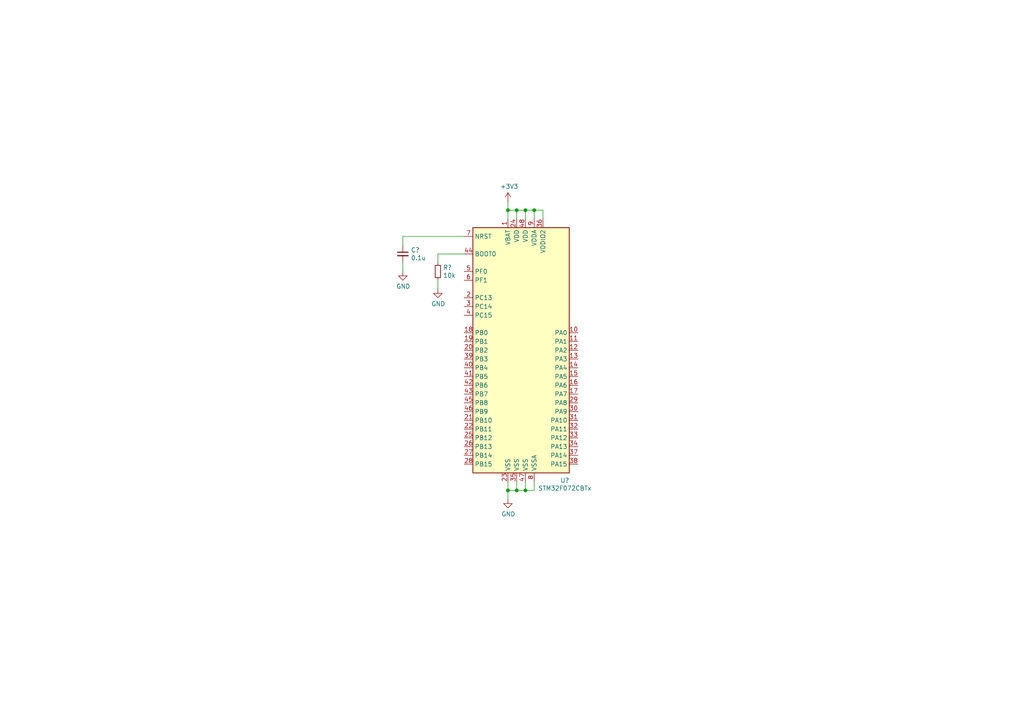
<source format=kicad_sch>
(kicad_sch (version 20201015) (generator eeschema)
  (paper "A4")
  (title_block (title "RubiksSolver controller") (date "2021-01-05"))
  (lib_symbols
    (symbol "Device:C_Small" (pin_numbers hide) (pin_names (offset 0.254) hide)
      (property "Reference" "C" (at 0.254 1.778 0))
      (property "Value" "C_Small" (at 0.254 -2.032 0))
      (symbol "C_Small_0_1"
        (polyline (pts (xy -1.524 -0.508) (xy 1.524 -0.508)) (stroke (width 0.3302)))
        (polyline (pts (xy -1.524 0.508) (xy 1.524 0.508)) (stroke (width 0.3048)))
      )
      (symbol "C_Small_1_1"
        (pin passive line (at 0 2.54 270) (length 2.032) (name "~") (number "1"))
        (pin passive line (at 0 -2.54 90) (length 2.032) (name "~") (number "2"))
      )
    )
    (symbol "Device:R_Small" (pin_numbers hide) (pin_names (offset 0.254) hide)
      (property "Reference" "R" (at 0.762 0.508 0))
      (property "Value" "R_Small" (at 0.762 -1.016 0))
      (symbol "R_Small_0_1"
        (rectangle (start -0.762 1.778) (end 0.762 -1.778) (stroke (width 0.2032)))
      )
      (symbol "R_Small_1_1"
        (pin passive line (at 0 2.54 270) (length 0.762) (name "~") (number "1"))
        (pin passive line (at 0 -2.54 90) (length 0.762) (name "~") (number "2"))
      )
    )
    (symbol "MCU_ST_STM32F0:STM32F072CBTx"
      (property "Reference" "U" (at -15.24 36.83 0))
      (property "Value" "STM32F072CBTx" (at 7.62 36.83 0))
      (symbol "STM32F072CBTx_0_1"
        (rectangle (start -15.24 -35.56) (end 12.7 35.56) (stroke (width 0.254)) (fill (type background)))
      )
      (symbol "STM32F072CBTx_1_1"
        (pin power_in line (at -5.08 38.1 270) (length 2.54) (name "VBAT") (number "1"))
        (pin bidirectional line (at 15.24 5.08 180) (length 2.54) (name "PA0") (number "10"))
        (pin bidirectional line (at 15.24 2.54 180) (length 2.54) (name "PA1") (number "11"))
        (pin bidirectional line (at 15.24 0 180) (length 2.54) (name "PA2") (number "12"))
        (pin bidirectional line (at 15.24 -2.54 180) (length 2.54) (name "PA3") (number "13"))
        (pin bidirectional line (at 15.24 -5.08 180) (length 2.54) (name "PA4") (number "14"))
        (pin bidirectional line (at 15.24 -7.62 180) (length 2.54) (name "PA5") (number "15"))
        (pin bidirectional line (at 15.24 -10.16 180) (length 2.54) (name "PA6") (number "16"))
        (pin bidirectional line (at 15.24 -12.7 180) (length 2.54) (name "PA7") (number "17"))
        (pin bidirectional line (at -17.78 5.08 0) (length 2.54) (name "PB0") (number "18"))
        (pin bidirectional line (at -17.78 2.54 0) (length 2.54) (name "PB1") (number "19"))
        (pin bidirectional line (at -17.78 15.24 0) (length 2.54) (name "PC13") (number "2"))
        (pin bidirectional line (at -17.78 0 0) (length 2.54) (name "PB2") (number "20"))
        (pin bidirectional line (at -17.78 -20.32 0) (length 2.54) (name "PB10") (number "21"))
        (pin bidirectional line (at -17.78 -22.86 0) (length 2.54) (name "PB11") (number "22"))
        (pin power_in line (at -5.08 -38.1 90) (length 2.54) (name "VSS") (number "23"))
        (pin power_in line (at -2.54 38.1 270) (length 2.54) (name "VDD") (number "24"))
        (pin bidirectional line (at -17.78 -25.4 0) (length 2.54) (name "PB12") (number "25"))
        (pin bidirectional line (at -17.78 -27.94 0) (length 2.54) (name "PB13") (number "26"))
        (pin bidirectional line (at -17.78 -30.48 0) (length 2.54) (name "PB14") (number "27"))
        (pin bidirectional line (at -17.78 -33.02 0) (length 2.54) (name "PB15") (number "28"))
        (pin bidirectional line (at 15.24 -15.24 180) (length 2.54) (name "PA8") (number "29"))
        (pin bidirectional line (at -17.78 12.7 0) (length 2.54) (name "PC14") (number "3"))
        (pin bidirectional line (at 15.24 -17.78 180) (length 2.54) (name "PA9") (number "30"))
        (pin bidirectional line (at 15.24 -20.32 180) (length 2.54) (name "PA10") (number "31"))
        (pin bidirectional line (at 15.24 -22.86 180) (length 2.54) (name "PA11") (number "32"))
        (pin bidirectional line (at 15.24 -25.4 180) (length 2.54) (name "PA12") (number "33"))
        (pin bidirectional line (at 15.24 -27.94 180) (length 2.54) (name "PA13") (number "34"))
        (pin power_in line (at -2.54 -38.1 90) (length 2.54) (name "VSS") (number "35"))
        (pin power_in line (at 5.08 38.1 270) (length 2.54) (name "VDDIO2") (number "36"))
        (pin bidirectional line (at 15.24 -30.48 180) (length 2.54) (name "PA14") (number "37"))
        (pin bidirectional line (at 15.24 -33.02 180) (length 2.54) (name "PA15") (number "38"))
        (pin bidirectional line (at -17.78 -2.54 0) (length 2.54) (name "PB3") (number "39"))
        (pin bidirectional line (at -17.78 10.16 0) (length 2.54) (name "PC15") (number "4"))
        (pin bidirectional line (at -17.78 -5.08 0) (length 2.54) (name "PB4") (number "40"))
        (pin bidirectional line (at -17.78 -7.62 0) (length 2.54) (name "PB5") (number "41"))
        (pin bidirectional line (at -17.78 -10.16 0) (length 2.54) (name "PB6") (number "42"))
        (pin bidirectional line (at -17.78 -12.7 0) (length 2.54) (name "PB7") (number "43"))
        (pin input line (at -17.78 27.94 0) (length 2.54) (name "BOOT0") (number "44"))
        (pin bidirectional line (at -17.78 -15.24 0) (length 2.54) (name "PB8") (number "45"))
        (pin bidirectional line (at -17.78 -17.78 0) (length 2.54) (name "PB9") (number "46"))
        (pin power_in line (at 0 -38.1 90) (length 2.54) (name "VSS") (number "47"))
        (pin power_in line (at 0 38.1 270) (length 2.54) (name "VDD") (number "48"))
        (pin input line (at -17.78 22.86 0) (length 2.54) (name "PF0") (number "5"))
        (pin input line (at -17.78 20.32 0) (length 2.54) (name "PF1") (number "6"))
        (pin input line (at -17.78 33.02 0) (length 2.54) (name "NRST") (number "7"))
        (pin power_in line (at 2.54 -38.1 90) (length 2.54) (name "VSSA") (number "8"))
        (pin power_in line (at 2.54 38.1 270) (length 2.54) (name "VDDA") (number "9"))
      )
    )
    (symbol "power:+3V3" (power) (pin_names (offset 0))
      (property "Value" "+3V3" (at 0 3.556 0))
      (symbol "+3V3_0_1"
        (polyline (pts (xy -0.762 1.27) (xy 0 2.54)))
        (polyline (pts (xy 0 0) (xy 0 2.54)))
        (polyline (pts (xy 0 2.54) (xy 0.762 1.27)))
      )
      (symbol "+3V3_1_1"
        (pin power_in line (at 0 0 90) (length 0) hide (name "+3V3") (number "1"))
      )
    )
    (symbol "power:GND" (power) (pin_names (offset 0))
      (property "Value" "GND" (at 0 -3.81 0))
      (symbol "GND_0_1"
        (polyline (pts (xy 0 0) (xy 0 -1.27) (xy 1.27 -1.27) (xy 0 -2.54) (xy -1.27 -1.27) (xy 0 -1.27)))
      )
      (symbol "GND_1_1"
        (pin power_in line (at 0 0 270) (length 0) hide (name "GND") (number "1"))
      )
    )
  )
  (junction (at 147.32 60.96) (diameter 0.9144))
  (junction (at 147.32 142.24) (diameter 0.9144))
  (junction (at 149.86 60.96) (diameter 0.9144))
  (junction (at 149.86 142.24) (diameter 0.9144))
  (junction (at 152.4 60.96) (diameter 0.9144))
  (junction (at 152.4 142.24) (diameter 0.9144))
  (junction (at 154.94 60.96) (diameter 0.9144))
  (wire (pts (xy 116.84 68.58) (xy 134.62 68.58)))
  (wire (pts (xy 116.84 71.12) (xy 116.84 68.58)))
  (wire (pts (xy 116.84 76.2) (xy 116.84 78.74)))
  (wire (pts (xy 127 73.66) (xy 127 76.2)))
  (wire (pts (xy 127 81.28) (xy 127 83.82)))
  (wire (pts (xy 134.62 73.66) (xy 127 73.66)))
  (wire (pts (xy 147.32 58.42) (xy 147.32 60.96)))
  (wire (pts (xy 147.32 60.96) (xy 147.32 63.5)))
  (wire (pts (xy 147.32 60.96) (xy 149.86 60.96)))
  (wire (pts (xy 147.32 139.7) (xy 147.32 142.24)))
  (wire (pts (xy 147.32 142.24) (xy 147.32 144.78)))
  (wire (pts (xy 149.86 60.96) (xy 149.86 63.5)))
  (wire (pts (xy 149.86 60.96) (xy 152.4 60.96)))
  (wire (pts (xy 149.86 139.7) (xy 149.86 142.24)))
  (wire (pts (xy 149.86 142.24) (xy 147.32 142.24)))
  (wire (pts (xy 152.4 60.96) (xy 152.4 63.5)))
  (wire (pts (xy 152.4 60.96) (xy 154.94 60.96)))
  (wire (pts (xy 152.4 139.7) (xy 152.4 142.24)))
  (wire (pts (xy 152.4 142.24) (xy 149.86 142.24)))
  (wire (pts (xy 154.94 60.96) (xy 154.94 63.5)))
  (wire (pts (xy 154.94 60.96) (xy 157.48 60.96)))
  (wire (pts (xy 154.94 139.7) (xy 154.94 142.24)))
  (wire (pts (xy 154.94 142.24) (xy 152.4 142.24)))
  (wire (pts (xy 157.48 60.96) (xy 157.48 63.5)))
  (symbol (lib_id "power:+3V3") (at 147.32 58.42 0) (unit 1)
    (property "Reference" "#PWR?" (effects hide))
    (property "Value" "+3V3" (at 147.6883 54.0956 0))
  )
  (symbol (lib_id "power:GND") (at 116.84 78.74 0) (unit 1)
    (property "Reference" "#PWR?" (effects hide))
    (property "Value" "GND" (at 116.9543 83.0644 0))
  )
  (symbol (lib_id "power:GND") (at 127 83.82 0) (unit 1)
    (property "Reference" "#PWR?" (effects hide))
    (property "Value" "GND" (at 127.1143 88.1444 0))
  )
  (symbol (lib_id "power:GND") (at 147.32 144.78 0) (unit 1)
    (property "Reference" "#PWR?" (effects hide))
    (property "Value" "GND" (at 147.4343 149.1044 0))
  )
  (symbol (lib_id "Device:R_Small") (at 127 78.74 0) (unit 1)
    (property "Reference" "R?" (at 128.4987 77.5906 0) (effects (justify left)))
    (property "Value" "10k" (at 128.499 79.889 0) (effects (justify left)))
  )
  (symbol (lib_id "Device:C_Small") (at 116.84 73.66 0) (unit 1)
    (property "Reference" "C?" (at 119.1642 72.5106 0) (effects (justify left)))
    (property "Value" "0.1u" (at 119.164 74.809 0) (effects (justify left)))
  )
  (symbol (lib_id "MCU_ST_STM32F0:STM32F072CBTx") (at 152.4 101.6 0) (unit 1)
    (property "Reference" "U?" (at 163.83 139.3254 0))
    (property "Value" "STM32F072CBTx" (at 163.83 141.6241 0))
    (property "Footprint" "Package_QFP:LQFP-48_7x7mm_P0.5mm" (effects hide))
    (property "Datasheet" "http://www.st.com/st-web-ui/static/active/en/resource/technical/document/datasheet/DM00090510.pdf" (effects hide))
  )
)
</source>
